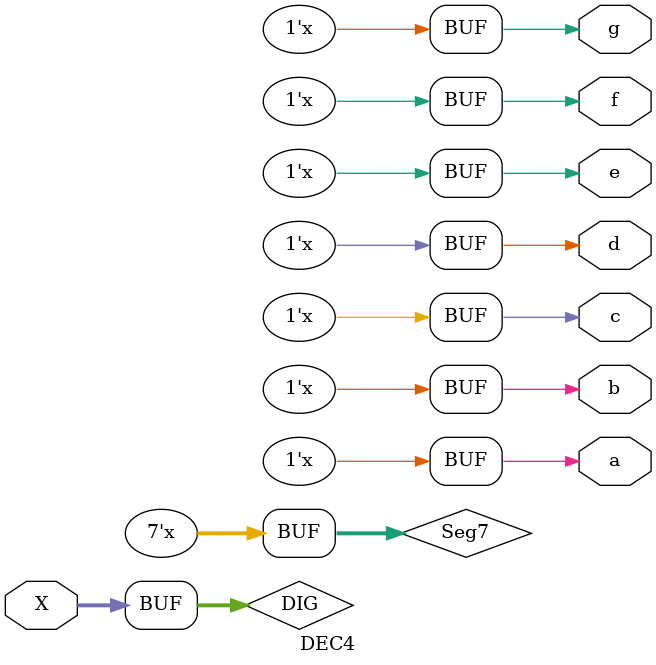
<source format=v>
module DEC4 (X,a,b,c,d,e,f,g);
input [3:0] X;
output reg a,b,c,d,e,f,g;

reg [0:6] Seg7;
reg [3:0] DIG;

always @ (DIG) begin
 case (DIG)
 4'b0000: Seg7 = 7'b0111001;
 4'b0001: Seg7 = 7'b1000100;
 4'b0010: Seg7 = 7'b1111111;
 4'b0011: Seg7 = 7'b1111111;
 4'b0100: Seg7 = 7'b1001000;
 4'b0101: Seg7 = 7'b1111110;
 4'b0110: Seg7 = 7'b0001001;
 4'b0111: Seg7 = 7'b0001000;
 4'b1000: Seg7 = 7'b0100100;
 4'b1001: Seg7 = 7'b1111111;
 4'b1010: Seg7 = 7'b1111111;
 4'b1011: Seg7 = 7'b1111111;
 4'b1100: Seg7 = 7'b1111111;
 4'b1101: Seg7 = 7'b0001001;
 4'b1110: Seg7 = 7'b0110000;
 4'b1111: Seg7 = 7'b0111001;
 default: Seg7 = 7'bxxxxxxx;
 
 endcase
 
 DIG = {X};
 {a,b,c,d,e,f,g} = Seg7;
 end
 endmodule
</source>
